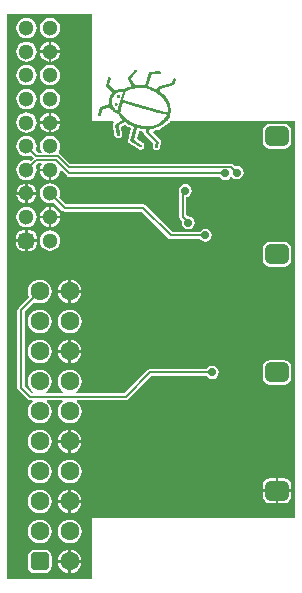
<source format=gbl>
G04*
G04 #@! TF.GenerationSoftware,Altium Limited,Altium Designer,23.3.1 (30)*
G04*
G04 Layer_Physical_Order=2*
G04 Layer_Color=16711680*
%FSLAX44Y44*%
%MOMM*%
G71*
G04*
G04 #@! TF.SameCoordinates,93B2F360-A854-404C-8A8F-734AF7A26EB0*
G04*
G04*
G04 #@! TF.FilePolarity,Positive*
G04*
G01*
G75*
%ADD10C,0.2000*%
%ADD13C,0.1500*%
G04:AMPARAMS|DCode=33|XSize=1.7mm|YSize=2mm|CornerRadius=0.425mm|HoleSize=0mm|Usage=FLASHONLY|Rotation=90.000|XOffset=0mm|YOffset=0mm|HoleType=Round|Shape=RoundedRectangle|*
%AMROUNDEDRECTD33*
21,1,1.7000,1.1500,0,0,90.0*
21,1,0.8500,2.0000,0,0,90.0*
1,1,0.8500,0.5750,0.4250*
1,1,0.8500,0.5750,-0.4250*
1,1,0.8500,-0.5750,-0.4250*
1,1,0.8500,-0.5750,0.4250*
%
%ADD33ROUNDEDRECTD33*%
%ADD34C,1.3000*%
G04:AMPARAMS|DCode=35|XSize=1.3mm|YSize=1.3mm|CornerRadius=0.325mm|HoleSize=0mm|Usage=FLASHONLY|Rotation=90.000|XOffset=0mm|YOffset=0mm|HoleType=Round|Shape=RoundedRectangle|*
%AMROUNDEDRECTD35*
21,1,1.3000,0.6500,0,0,90.0*
21,1,0.6500,1.3000,0,0,90.0*
1,1,0.6500,0.3250,0.3250*
1,1,0.6500,0.3250,-0.3250*
1,1,0.6500,-0.3250,-0.3250*
1,1,0.6500,-0.3250,0.3250*
%
%ADD35ROUNDEDRECTD35*%
%ADD36C,1.6000*%
G04:AMPARAMS|DCode=37|XSize=1.6mm|YSize=1.6mm|CornerRadius=0.4mm|HoleSize=0mm|Usage=FLASHONLY|Rotation=90.000|XOffset=0mm|YOffset=0mm|HoleType=Round|Shape=RoundedRectangle|*
%AMROUNDEDRECTD37*
21,1,1.6000,0.8000,0,0,90.0*
21,1,0.8000,1.6000,0,0,90.0*
1,1,0.8000,0.4000,0.4000*
1,1,0.8000,0.4000,-0.4000*
1,1,0.8000,-0.4000,-0.4000*
1,1,0.8000,-0.4000,0.4000*
%
%ADD37ROUNDEDRECTD37*%
%ADD38C,0.7000*%
G36*
X130699Y576086D02*
X131033Y575762D01*
X131201Y575319D01*
X131149Y574786D01*
X130818Y574197D01*
X126470Y568261D01*
X129520Y563153D01*
X129975Y563200D01*
X130484Y563238D01*
X131031Y563267D01*
X131599Y563290D01*
X132171Y563308D01*
X132731Y563323D01*
X133263Y563335D01*
X133749Y563346D01*
X134329Y563357D01*
X134904Y563359D01*
X135474Y563347D01*
X136043Y563317D01*
X136613Y563266D01*
X137187Y563188D01*
X137768Y563081D01*
X138359Y562938D01*
X141613Y574699D01*
X150956Y574848D01*
X151371Y574774D01*
X151669Y574549D01*
X151846Y574222D01*
X151898Y573844D01*
X151823Y573463D01*
X151617Y573129D01*
X151278Y572891D01*
X150802Y572800D01*
X143720Y572775D01*
X140973Y562523D01*
X141851Y562255D01*
X142800Y561913D01*
X143789Y561517D01*
X144789Y561089D01*
X145770Y560648D01*
X146701Y560216D01*
X147552Y559813D01*
X148294Y559460D01*
X148881Y561860D01*
X150133Y562258D01*
X151588Y562698D01*
X153184Y563165D01*
X154858Y563644D01*
X156549Y564122D01*
X158193Y564583D01*
X159729Y565014D01*
X161093Y565400D01*
X161911Y568358D01*
X162125Y568759D01*
X162463Y568990D01*
X162874Y569073D01*
X163307Y569027D01*
X163710Y568873D01*
X164031Y568631D01*
X164219Y568320D01*
X164221Y567963D01*
X162913Y563250D01*
X151225Y560065D01*
X150767Y558054D01*
X151784Y557268D01*
X152805Y556424D01*
X153816Y555514D01*
X154801Y554532D01*
X155744Y553471D01*
X156631Y552326D01*
X157446Y551088D01*
X158175Y549753D01*
X159004Y547435D01*
X159600Y545166D01*
X159932Y542949D01*
X159972Y540788D01*
X159689Y538687D01*
X159054Y536650D01*
X158037Y534680D01*
X157299Y533699D01*
X154403Y534475D01*
X156901Y537986D01*
X154768Y538615D01*
X155348Y540778D01*
X157549Y540188D01*
X157564Y541837D01*
X157506Y543304D01*
X157354Y544638D01*
X157091Y545888D01*
X156694Y547102D01*
X156146Y548328D01*
X155426Y549616D01*
X154515Y551014D01*
X152587Y553292D01*
X150179Y555327D01*
X147401Y557090D01*
X144364Y558551D01*
X141179Y559683D01*
X137955Y560457D01*
X134804Y560843D01*
X131837Y560813D01*
X130137Y560606D01*
X128590Y560331D01*
X127183Y560001D01*
X125902Y559627D01*
X124734Y559223D01*
X123668Y558801D01*
X122689Y558373D01*
X121784Y557953D01*
X119805Y550302D01*
X155332Y540782D01*
X154753Y538620D01*
X154179Y538789D01*
X149568Y540086D01*
X143730Y541699D01*
X137327Y543451D01*
X131018Y545164D01*
X125465Y546662D01*
X121330Y547767D01*
X119274Y548302D01*
X119075Y547564D01*
X118829Y546651D01*
X118554Y545619D01*
X118264Y544522D01*
X117977Y543414D01*
X117858Y542944D01*
X115658Y543533D01*
X119475Y557780D01*
X117796Y557724D01*
X116255Y557457D01*
X114860Y556975D01*
X113618Y556277D01*
X112538Y555361D01*
X111627Y554224D01*
X110893Y552865D01*
X110343Y551281D01*
X110111Y549852D01*
X110157Y548408D01*
X110462Y546991D01*
X111006Y545645D01*
X111770Y544412D01*
X112736Y543333D01*
X113885Y542453D01*
X115197Y541812D01*
X115654Y543518D01*
X117854Y542928D01*
X117708Y542349D01*
X117473Y541381D01*
X117289Y540566D01*
X121161Y535753D01*
X126141Y532117D01*
X131830Y529710D01*
X137827Y528586D01*
X143733Y528797D01*
X149147Y530399D01*
X153670Y533444D01*
X154393Y534461D01*
X157289Y533685D01*
X156610Y532783D01*
X154655Y530976D01*
X152603Y529525D01*
X150523Y528387D01*
X148482Y527522D01*
X146550Y526886D01*
X144794Y526440D01*
X143283Y526142D01*
X142084Y525950D01*
X141585Y523898D01*
X150073Y515252D01*
X148849Y510623D01*
X148680Y510328D01*
X148373Y510150D01*
X147984Y510086D01*
X147567Y510134D01*
X147178Y510290D01*
X146871Y510554D01*
X146702Y510923D01*
X146724Y511393D01*
X147529Y514463D01*
X138733Y523546D01*
X139277Y525957D01*
X138452Y526007D01*
X137575Y526095D01*
X136653Y526220D01*
X135691Y526379D01*
X134693Y526570D01*
X133666Y526792D01*
X132613Y527042D01*
X131540Y527319D01*
X128720Y516795D01*
X135080Y512868D01*
X135411Y512541D01*
X135565Y512124D01*
X135568Y511668D01*
X135445Y511229D01*
X135225Y510856D01*
X134931Y510603D01*
X134592Y510524D01*
X134233Y510669D01*
X125830Y515719D01*
X129000Y528000D01*
X128165Y528295D01*
X127183Y528726D01*
X126111Y529259D01*
X125004Y529863D01*
X123917Y530505D01*
X122907Y531152D01*
X122029Y531770D01*
X121338Y532329D01*
X116054Y529168D01*
X116845Y521710D01*
X116800Y521085D01*
X116553Y520631D01*
X116168Y520346D01*
X115705Y520231D01*
X115226Y520284D01*
X114792Y520504D01*
X114465Y520890D01*
X114306Y521442D01*
X113112Y529924D01*
X113890Y530470D01*
X114685Y531013D01*
X115486Y531549D01*
X116283Y532075D01*
X117067Y532588D01*
X117826Y533085D01*
X118552Y533563D01*
X119232Y534018D01*
X118569Y534662D01*
X117909Y535340D01*
X117588Y535696D01*
X117275Y536065D01*
X116975Y536447D01*
X116690Y536845D01*
X116320Y537434D01*
X116094Y537866D01*
X115951Y538183D01*
X115827Y538425D01*
X115659Y538631D01*
X115387Y538842D01*
X114945Y539097D01*
X114273Y539438D01*
X113315Y539965D01*
X112530Y540454D01*
X111872Y540935D01*
X111296Y541440D01*
X110756Y541998D01*
X110206Y542643D01*
X109602Y543403D01*
X108898Y544311D01*
X108308Y544175D01*
X107514Y543986D01*
X106578Y543759D01*
X105564Y543510D01*
X104534Y543253D01*
X103552Y543003D01*
X102682Y542776D01*
X101985Y542586D01*
X100767Y537538D01*
X100582Y537151D01*
X100289Y536913D01*
X99932Y536814D01*
X99558Y536840D01*
X99210Y536978D01*
X98936Y537216D01*
X98780Y537542D01*
X98787Y537942D01*
X100410Y544649D01*
X107962Y546996D01*
X107712Y548492D01*
X107618Y549865D01*
X107685Y551140D01*
X107919Y552344D01*
X108329Y553501D01*
X108918Y554639D01*
X109696Y555781D01*
X110667Y556955D01*
X105369Y562827D01*
X107043Y569489D01*
X107232Y569838D01*
X107555Y570059D01*
X107953Y570150D01*
X108373Y570111D01*
X108757Y569939D01*
X109049Y569634D01*
X109193Y569195D01*
X109132Y568621D01*
X107935Y563696D01*
X112771Y558766D01*
X113675Y559146D01*
X114487Y559484D01*
X114896Y559640D01*
X115328Y559787D01*
X115797Y559927D01*
X116319Y560060D01*
X117018Y560203D01*
X117572Y560274D01*
X118023Y560292D01*
X118412Y560275D01*
X118783Y560242D01*
X119178Y560211D01*
X119638Y560202D01*
X120207Y560233D01*
X120750Y560345D01*
X121490Y560581D01*
X122371Y560907D01*
X123338Y561289D01*
X124332Y561693D01*
X125297Y562084D01*
X126177Y562427D01*
X126914Y562689D01*
X126468Y563476D01*
X126029Y564252D01*
X125597Y565024D01*
X125172Y565795D01*
X124752Y566571D01*
X124337Y567357D01*
X123926Y568159D01*
X123518Y568981D01*
X128844Y575552D01*
X129273Y576022D01*
X129762Y576247D01*
X130257Y576258D01*
X130699Y576086D01*
D02*
G37*
G36*
X116077Y555326D02*
X116496Y555014D01*
X116782Y554572D01*
X116911Y554064D01*
X116928Y553853D01*
X116591Y553109D01*
X116091Y552791D01*
X115492Y552689D01*
X114969Y552811D01*
X114549Y553104D01*
X114259Y553517D01*
X114127Y553995D01*
X114180Y554486D01*
X114375Y554818D01*
X115098Y555333D01*
X115554Y555442D01*
X116077Y555326D01*
D02*
G37*
G36*
X114158Y548410D02*
X114602Y548128D01*
X114928Y547712D01*
X115105Y547225D01*
X115029Y546749D01*
X114881Y546281D01*
X114416Y545948D01*
X113834Y545819D01*
X113303Y545912D01*
X112858Y546176D01*
X112530Y546563D01*
X112352Y547021D01*
X112424Y547481D01*
X112575Y547953D01*
X113042Y548327D01*
X113627Y548497D01*
X114158Y548410D01*
D02*
G37*
G36*
X93000Y532750D02*
X111378D01*
X111768Y531946D01*
X111833Y531480D01*
X111720Y531362D01*
X111483Y531150D01*
X111447Y531076D01*
X111390Y531017D01*
X111275Y530720D01*
X111137Y530434D01*
X111133Y530351D01*
X111103Y530275D01*
X111110Y529957D01*
X111092Y529639D01*
X112287Y521158D01*
X112334Y521022D01*
X112346Y520880D01*
X112505Y520327D01*
X112519Y520300D01*
X112522Y520269D01*
X112701Y519947D01*
X112869Y519620D01*
X112893Y519600D01*
X112908Y519573D01*
X113235Y519187D01*
X113240Y519182D01*
X113244Y519176D01*
X113553Y518933D01*
X113857Y518691D01*
X113864Y518689D01*
X113869Y518685D01*
X114303Y518465D01*
X114655Y518367D01*
X115003Y518256D01*
X115483Y518204D01*
X115840Y518235D01*
X116198Y518252D01*
X116658Y518367D01*
X116658D01*
X116658Y518367D01*
X116661Y518368D01*
X117016Y518535D01*
X117379Y518705D01*
X117764Y518990D01*
X117796Y519025D01*
X117838Y519047D01*
X118062Y519317D01*
X118300Y519578D01*
X118316Y519622D01*
X118346Y519659D01*
X118592Y520113D01*
X118602Y520144D01*
X118622Y520170D01*
X118719Y520523D01*
X118828Y520873D01*
X118825Y520905D01*
X118834Y520937D01*
X118879Y521562D01*
X118856Y521743D01*
X118873Y521925D01*
X118220Y528087D01*
X121192Y529866D01*
X121732Y529485D01*
X121775Y529466D01*
X121808Y529434D01*
X122818Y528787D01*
X122853Y528774D01*
X122880Y528749D01*
X123967Y528107D01*
X124000Y528096D01*
X124027Y528073D01*
X125134Y527469D01*
X125171Y527457D01*
X125203Y527433D01*
X126274Y526900D01*
X126323Y526887D01*
X126363Y526858D01*
X126575Y526765D01*
X123856Y516229D01*
X123850Y516121D01*
X123813Y516021D01*
X123827Y515727D01*
X123811Y515434D01*
X123846Y515333D01*
X123851Y515226D01*
X123977Y514960D01*
X124074Y514683D01*
X124145Y514603D01*
X124191Y514506D01*
X124408Y514309D01*
X124604Y514090D01*
X124700Y514043D01*
X124780Y513971D01*
X133182Y508921D01*
X133334Y508866D01*
X133469Y508778D01*
X133828Y508633D01*
X134052Y508591D01*
X134265Y508511D01*
X134439Y508517D01*
X134610Y508484D01*
X134832Y508531D01*
X135060Y508539D01*
X135399Y508619D01*
X135480Y508656D01*
X135569Y508667D01*
X135840Y508820D01*
X136123Y508949D01*
X136184Y509014D01*
X136262Y509058D01*
X136555Y509311D01*
X136759Y509571D01*
X136979Y509817D01*
X137200Y510189D01*
X137289Y510443D01*
X137410Y510683D01*
X137532Y511123D01*
X137553Y511404D01*
X137607Y511680D01*
X137604Y512135D01*
X137533Y512481D01*
X137478Y512829D01*
X137325Y513246D01*
X137300Y513286D01*
X137291Y513332D01*
X137093Y513624D01*
X136909Y513925D01*
X136871Y513952D01*
X136845Y513991D01*
X136514Y514318D01*
X136321Y514446D01*
X136152Y514603D01*
X131083Y517733D01*
X132676Y523678D01*
X133235Y524799D01*
X134263Y524577D01*
X134287Y524576D01*
X134309Y524567D01*
X135307Y524376D01*
X135333Y524376D01*
X135358Y524367D01*
X135520Y524340D01*
X135720Y524284D01*
X136522Y523703D01*
X136723Y523200D01*
X136799Y523003D01*
X136836Y522796D01*
X136940Y522635D01*
X137008Y522457D01*
X137154Y522304D01*
X137268Y522127D01*
X145265Y513869D01*
X144752Y511910D01*
X144739Y511697D01*
X144687Y511489D01*
X144665Y511019D01*
X144678Y510931D01*
X144664Y510843D01*
X144737Y510540D01*
X144783Y510232D01*
X144829Y510156D01*
X144850Y510070D01*
X145019Y509701D01*
X145041Y509671D01*
X145051Y509635D01*
X145274Y509350D01*
X145486Y509057D01*
X145518Y509038D01*
X145541Y509008D01*
X145848Y508745D01*
X146137Y508581D01*
X146415Y508399D01*
X146804Y508242D01*
X147074Y508191D01*
X147335Y508108D01*
X147751Y508060D01*
X148033Y508083D01*
X148315Y508074D01*
X148704Y508138D01*
X149049Y508268D01*
X149397Y508387D01*
X149704Y508565D01*
X149803Y508653D01*
X149922Y508711D01*
X150099Y508913D01*
X150301Y509091D01*
X150359Y509210D01*
X150446Y509310D01*
X150616Y509605D01*
X150703Y509860D01*
X150821Y510102D01*
X152044Y514731D01*
X152060Y514985D01*
X152112Y515233D01*
X152085Y515378D01*
X152094Y515525D01*
X152011Y515766D01*
X151964Y516015D01*
X151883Y516138D01*
X151835Y516278D01*
X151667Y516468D01*
X151528Y516681D01*
X145063Y523266D01*
X145098Y523502D01*
X145593Y524539D01*
X147052Y524910D01*
X147116Y524941D01*
X147187Y524949D01*
X149119Y525584D01*
X149194Y525627D01*
X149279Y525644D01*
X151319Y526510D01*
X151404Y526568D01*
X151501Y526598D01*
X153581Y527736D01*
X153672Y527812D01*
X153780Y527860D01*
X155832Y529312D01*
X155924Y529409D01*
X156038Y529479D01*
X157993Y531285D01*
X158102Y531434D01*
X158239Y531557D01*
X158918Y532459D01*
X158922Y532467D01*
X158929Y532473D01*
X159137Y532750D01*
X265000D01*
Y197000D01*
X93000Y197000D01*
Y145250D01*
X21500D01*
Y623250D01*
X93000D01*
Y532750D01*
D02*
G37*
%LPC*%
G36*
X57800Y620223D02*
X55581Y619931D01*
X53513Y619075D01*
X51738Y617712D01*
X50375Y615937D01*
X49519Y613869D01*
X49227Y611650D01*
X49519Y609431D01*
X50375Y607363D01*
X51738Y605588D01*
X53513Y604225D01*
X55581Y603369D01*
X57800Y603077D01*
X60019Y603369D01*
X62087Y604225D01*
X63862Y605588D01*
X65225Y607363D01*
X66081Y609431D01*
X66373Y611650D01*
X66081Y613869D01*
X65225Y615937D01*
X63862Y617712D01*
X62087Y619075D01*
X60019Y619931D01*
X57800Y620223D01*
D02*
G37*
G36*
X37800D02*
X35581Y619931D01*
X33513Y619075D01*
X31738Y617712D01*
X30375Y615937D01*
X29519Y613869D01*
X29227Y611650D01*
X29519Y609431D01*
X30375Y607363D01*
X31738Y605588D01*
X33513Y604225D01*
X35581Y603369D01*
X37800Y603077D01*
X40019Y603369D01*
X42087Y604225D01*
X43862Y605588D01*
X45225Y607363D01*
X46081Y609431D01*
X46373Y611650D01*
X46081Y613869D01*
X45225Y615937D01*
X43862Y617712D01*
X42087Y619075D01*
X40019Y619931D01*
X37800Y620223D01*
D02*
G37*
G36*
X58800Y600092D02*
Y592650D01*
X66242D01*
X66081Y593869D01*
X65225Y595937D01*
X63862Y597712D01*
X62087Y599075D01*
X60019Y599931D01*
X58800Y600092D01*
D02*
G37*
G36*
X56800D02*
X55581Y599931D01*
X53513Y599075D01*
X51738Y597712D01*
X50375Y595937D01*
X49519Y593869D01*
X49358Y592650D01*
X56800D01*
Y600092D01*
D02*
G37*
G36*
X66242Y590650D02*
X58800D01*
Y583208D01*
X60019Y583369D01*
X62087Y584225D01*
X63862Y585588D01*
X65225Y587363D01*
X66081Y589431D01*
X66242Y590650D01*
D02*
G37*
G36*
X56800D02*
X49358D01*
X49519Y589431D01*
X50375Y587363D01*
X51738Y585588D01*
X53513Y584225D01*
X55581Y583369D01*
X56800Y583208D01*
Y590650D01*
D02*
G37*
G36*
X37800Y600223D02*
X35581Y599931D01*
X33513Y599075D01*
X31738Y597712D01*
X30375Y595937D01*
X29519Y593869D01*
X29227Y591650D01*
X29519Y589431D01*
X30375Y587363D01*
X31738Y585588D01*
X33513Y584225D01*
X35581Y583369D01*
X37800Y583077D01*
X40019Y583369D01*
X42087Y584225D01*
X43862Y585588D01*
X45225Y587363D01*
X46081Y589431D01*
X46373Y591650D01*
X46081Y593869D01*
X45225Y595937D01*
X43862Y597712D01*
X42087Y599075D01*
X40019Y599931D01*
X37800Y600223D01*
D02*
G37*
G36*
X57800Y580223D02*
X55581Y579931D01*
X53513Y579075D01*
X51738Y577712D01*
X50375Y575937D01*
X49519Y573869D01*
X49227Y571650D01*
X49519Y569431D01*
X50375Y567363D01*
X51738Y565588D01*
X53513Y564225D01*
X55581Y563369D01*
X57800Y563077D01*
X60019Y563369D01*
X62087Y564225D01*
X63862Y565588D01*
X65225Y567363D01*
X66081Y569431D01*
X66373Y571650D01*
X66081Y573869D01*
X65225Y575937D01*
X63862Y577712D01*
X62087Y579075D01*
X60019Y579931D01*
X57800Y580223D01*
D02*
G37*
G36*
X37800D02*
X35581Y579931D01*
X33513Y579075D01*
X31738Y577712D01*
X30375Y575937D01*
X29519Y573869D01*
X29227Y571650D01*
X29519Y569431D01*
X30375Y567363D01*
X31738Y565588D01*
X33513Y564225D01*
X35581Y563369D01*
X37800Y563077D01*
X40019Y563369D01*
X42087Y564225D01*
X43862Y565588D01*
X45225Y567363D01*
X46081Y569431D01*
X46373Y571650D01*
X46081Y573869D01*
X45225Y575937D01*
X43862Y577712D01*
X42087Y579075D01*
X40019Y579931D01*
X37800Y580223D01*
D02*
G37*
G36*
X57800Y560223D02*
X55581Y559931D01*
X53513Y559075D01*
X51738Y557712D01*
X50375Y555937D01*
X49519Y553869D01*
X49227Y551650D01*
X49519Y549431D01*
X50375Y547363D01*
X51738Y545588D01*
X53513Y544225D01*
X55581Y543369D01*
X57800Y543077D01*
X60019Y543369D01*
X62087Y544225D01*
X63862Y545588D01*
X65225Y547363D01*
X66081Y549431D01*
X66373Y551650D01*
X66081Y553869D01*
X65225Y555937D01*
X63862Y557712D01*
X62087Y559075D01*
X60019Y559931D01*
X57800Y560223D01*
D02*
G37*
G36*
X37800D02*
X35581Y559931D01*
X33513Y559075D01*
X31738Y557712D01*
X30375Y555937D01*
X29519Y553869D01*
X29227Y551650D01*
X29519Y549431D01*
X30375Y547363D01*
X31738Y545588D01*
X33513Y544225D01*
X35581Y543369D01*
X37800Y543077D01*
X40019Y543369D01*
X42087Y544225D01*
X43862Y545588D01*
X45225Y547363D01*
X46081Y549431D01*
X46373Y551650D01*
X46081Y553869D01*
X45225Y555937D01*
X43862Y557712D01*
X42087Y559075D01*
X40019Y559931D01*
X37800Y560223D01*
D02*
G37*
G36*
X58800Y540092D02*
Y532650D01*
X66242D01*
X66081Y533869D01*
X65225Y535937D01*
X63862Y537712D01*
X62087Y539075D01*
X60019Y539931D01*
X58800Y540092D01*
D02*
G37*
G36*
X56800D02*
X55581Y539931D01*
X53513Y539075D01*
X51738Y537712D01*
X50375Y535937D01*
X49519Y533869D01*
X49358Y532650D01*
X56800D01*
Y540092D01*
D02*
G37*
G36*
X66242Y530650D02*
X58800D01*
Y523208D01*
X60019Y523369D01*
X62087Y524225D01*
X63862Y525588D01*
X65225Y527363D01*
X66081Y529431D01*
X66242Y530650D01*
D02*
G37*
G36*
X56800D02*
X49358D01*
X49519Y529431D01*
X50375Y527363D01*
X51738Y525588D01*
X53513Y524225D01*
X55581Y523369D01*
X56800Y523208D01*
Y530650D01*
D02*
G37*
G36*
X37800Y540223D02*
X35581Y539931D01*
X33513Y539075D01*
X31738Y537712D01*
X30375Y535937D01*
X29519Y533869D01*
X29227Y531650D01*
X29519Y529431D01*
X30375Y527363D01*
X31738Y525588D01*
X33513Y524225D01*
X35581Y523369D01*
X37800Y523077D01*
X40019Y523369D01*
X42087Y524225D01*
X43862Y525588D01*
X45225Y527363D01*
X46081Y529431D01*
X46373Y531650D01*
X46081Y533869D01*
X45225Y535937D01*
X43862Y537712D01*
X42087Y539075D01*
X40019Y539931D01*
X37800Y540223D01*
D02*
G37*
G36*
X255750Y530622D02*
X244250D01*
X241811Y530137D01*
X239744Y528756D01*
X238363Y526689D01*
X237878Y524250D01*
Y515750D01*
X238363Y513311D01*
X239744Y511244D01*
X241811Y509863D01*
X244250Y509378D01*
X255750D01*
X258189Y509863D01*
X260256Y511244D01*
X261637Y513311D01*
X262122Y515750D01*
Y524250D01*
X261637Y526689D01*
X260256Y528756D01*
X258189Y530137D01*
X255750Y530622D01*
D02*
G37*
G36*
X57800Y520223D02*
X55581Y519931D01*
X53513Y519075D01*
X51738Y517712D01*
X50375Y515937D01*
X49519Y513869D01*
X49227Y511650D01*
X49519Y509431D01*
X50375Y507363D01*
X50583Y507093D01*
X50021Y505954D01*
X47461D01*
X45467Y507948D01*
X46081Y509431D01*
X46373Y511650D01*
X46081Y513869D01*
X45225Y515937D01*
X43862Y517712D01*
X42087Y519075D01*
X40019Y519931D01*
X37800Y520223D01*
X35581Y519931D01*
X33513Y519075D01*
X31738Y517712D01*
X30375Y515937D01*
X29519Y513869D01*
X29227Y511650D01*
X29519Y509431D01*
X30375Y507363D01*
X31738Y505588D01*
X33513Y504225D01*
X35581Y503369D01*
X37800Y503077D01*
X40019Y503369D01*
X41502Y503983D01*
X43835Y501650D01*
X41502Y499317D01*
X40019Y499931D01*
X37800Y500223D01*
X35581Y499931D01*
X33513Y499075D01*
X31738Y497712D01*
X30375Y495937D01*
X29519Y493869D01*
X29227Y491650D01*
X29519Y489431D01*
X30375Y487363D01*
X31738Y485588D01*
X33513Y484225D01*
X35581Y483369D01*
X37800Y483077D01*
X40019Y483369D01*
X42087Y484225D01*
X43862Y485588D01*
X45225Y487363D01*
X46081Y489431D01*
X46373Y491650D01*
X46081Y493869D01*
X45467Y495352D01*
X47461Y497346D01*
X50021D01*
X50583Y496207D01*
X50375Y495937D01*
X49519Y493869D01*
X49358Y492650D01*
X57800D01*
Y491650D01*
X58800D01*
Y483208D01*
X60019Y483369D01*
X62087Y484225D01*
X63862Y485588D01*
X65225Y487363D01*
X66081Y489431D01*
X66241Y490647D01*
X67582Y491102D01*
X72167Y486517D01*
X73077Y485910D01*
X74150Y485696D01*
X201259D01*
X202035Y484535D01*
X203854Y483319D01*
X206000Y482892D01*
X208146Y483319D01*
X209965Y484535D01*
X210487Y485315D01*
X212014D01*
X212035Y485285D01*
X213854Y484069D01*
X216000Y483642D01*
X218146Y484069D01*
X219965Y485285D01*
X221181Y487104D01*
X221608Y489250D01*
X221181Y491396D01*
X219965Y493215D01*
X218146Y494431D01*
X216000Y494858D01*
X214630Y494585D01*
X213233Y495983D01*
X212323Y496590D01*
X211250Y496804D01*
X74911D01*
X66583Y505133D01*
X65673Y505740D01*
X65592Y505756D01*
X65066Y507156D01*
X65225Y507363D01*
X66081Y509431D01*
X66373Y511650D01*
X66081Y513869D01*
X65225Y515937D01*
X63862Y517712D01*
X62087Y519075D01*
X60019Y519931D01*
X57800Y520223D01*
D02*
G37*
G36*
X56800Y490650D02*
X49358D01*
X49519Y489431D01*
X50375Y487363D01*
X51738Y485588D01*
X53513Y484225D01*
X55581Y483369D01*
X56800Y483208D01*
Y490650D01*
D02*
G37*
G36*
X38800Y480092D02*
Y472650D01*
X46242D01*
X46081Y473869D01*
X45225Y475937D01*
X43862Y477712D01*
X42087Y479075D01*
X40019Y479931D01*
X38800Y480092D01*
D02*
G37*
G36*
X36800D02*
X35581Y479931D01*
X33513Y479075D01*
X31738Y477712D01*
X30375Y475937D01*
X29519Y473869D01*
X29358Y472650D01*
X36800D01*
Y480092D01*
D02*
G37*
G36*
Y470650D02*
X29358D01*
X29519Y469431D01*
X30375Y467363D01*
X31738Y465588D01*
X33513Y464225D01*
X35581Y463369D01*
X36800Y463208D01*
Y470650D01*
D02*
G37*
G36*
X46242D02*
X38800D01*
Y463208D01*
X40019Y463369D01*
X42087Y464225D01*
X43862Y465588D01*
X45225Y467363D01*
X46081Y469431D01*
X46242Y470650D01*
D02*
G37*
G36*
X58800Y460092D02*
Y452650D01*
X66242D01*
X66081Y453869D01*
X65225Y455937D01*
X63862Y457712D01*
X62087Y459075D01*
X60019Y459931D01*
X58800Y460092D01*
D02*
G37*
G36*
X56800D02*
X55581Y459931D01*
X53513Y459075D01*
X51738Y457712D01*
X50375Y455937D01*
X49519Y453869D01*
X49358Y452650D01*
X56800D01*
Y460092D01*
D02*
G37*
G36*
X66242Y450650D02*
X58800D01*
Y443208D01*
X60019Y443369D01*
X62087Y444225D01*
X63862Y445588D01*
X65225Y447363D01*
X66081Y449431D01*
X66242Y450650D01*
D02*
G37*
G36*
X56800D02*
X49358D01*
X49519Y449431D01*
X50375Y447363D01*
X51738Y445588D01*
X53513Y444225D01*
X55581Y443369D01*
X56800Y443208D01*
Y450650D01*
D02*
G37*
G36*
X37800Y460223D02*
X35581Y459931D01*
X33513Y459075D01*
X31738Y457712D01*
X30375Y455937D01*
X29519Y453869D01*
X29227Y451650D01*
X29519Y449431D01*
X30375Y447363D01*
X31738Y445588D01*
X33513Y444225D01*
X35581Y443369D01*
X37800Y443077D01*
X40019Y443369D01*
X42087Y444225D01*
X43862Y445588D01*
X45225Y447363D01*
X46081Y449431D01*
X46373Y451650D01*
X46081Y453869D01*
X45225Y455937D01*
X43862Y457712D01*
X42087Y459075D01*
X40019Y459931D01*
X37800Y460223D01*
D02*
G37*
G36*
X172250Y479608D02*
X170104Y479181D01*
X168285Y477965D01*
X167069Y476146D01*
X166642Y474000D01*
X167069Y471854D01*
X167348Y471436D01*
X167191Y470647D01*
X167191Y470647D01*
Y451442D01*
X167191Y451442D01*
X167424Y450272D01*
X168087Y449280D01*
X169387Y447980D01*
X169142Y446750D01*
X169569Y444604D01*
X170785Y442785D01*
X172604Y441569D01*
X174750Y441142D01*
X176896Y441569D01*
X178715Y442785D01*
X179931Y444604D01*
X180358Y446750D01*
X179931Y448896D01*
X178715Y450715D01*
X176896Y451931D01*
X174750Y452358D01*
X174405Y452289D01*
X173309Y453232D01*
Y468603D01*
X174396Y468819D01*
X176215Y470035D01*
X177431Y471854D01*
X177858Y474000D01*
X177431Y476146D01*
X176215Y477965D01*
X174396Y479181D01*
X172250Y479608D01*
D02*
G37*
G36*
X41050Y440253D02*
X38800D01*
Y432650D01*
X46403D01*
Y434900D01*
X45995Y436948D01*
X44835Y438685D01*
X43098Y439845D01*
X41050Y440253D01*
D02*
G37*
G36*
X36800D02*
X34550D01*
X32502Y439845D01*
X30765Y438685D01*
X29605Y436948D01*
X29197Y434900D01*
Y432650D01*
X36800D01*
Y440253D01*
D02*
G37*
G36*
X57800Y480223D02*
X55581Y479931D01*
X53513Y479075D01*
X51738Y477712D01*
X50375Y475937D01*
X49519Y473869D01*
X49227Y471650D01*
X49519Y469431D01*
X50375Y467363D01*
X51738Y465588D01*
X53513Y464225D01*
X55581Y463369D01*
X57800Y463077D01*
X60019Y463369D01*
X61247Y463877D01*
X68037Y457087D01*
X69029Y456424D01*
X70200Y456191D01*
X135483D01*
X157692Y433982D01*
X158685Y433319D01*
X159855Y433086D01*
X159855Y433086D01*
X184652D01*
X185258Y432180D01*
X187077Y430964D01*
X189223Y430537D01*
X191369Y430964D01*
X193189Y432180D01*
X194404Y433999D01*
X194831Y436145D01*
X194404Y438291D01*
X193189Y440110D01*
X191369Y441326D01*
X189223Y441753D01*
X187077Y441326D01*
X185258Y440110D01*
X184652Y439204D01*
X161122D01*
X138913Y461413D01*
X137921Y462076D01*
X136750Y462309D01*
X136750Y462309D01*
X71467D01*
X65573Y468203D01*
X66081Y469431D01*
X66373Y471650D01*
X66081Y473869D01*
X65225Y475937D01*
X63862Y477712D01*
X62087Y479075D01*
X60019Y479931D01*
X57800Y480223D01*
D02*
G37*
G36*
Y440223D02*
X55581Y439931D01*
X53513Y439075D01*
X51738Y437712D01*
X50375Y435937D01*
X49519Y433869D01*
X49227Y431650D01*
X49519Y429431D01*
X50375Y427363D01*
X51738Y425588D01*
X53513Y424225D01*
X55581Y423369D01*
X57800Y423077D01*
X60019Y423369D01*
X62087Y424225D01*
X63862Y425588D01*
X65225Y427363D01*
X66081Y429431D01*
X66373Y431650D01*
X66081Y433869D01*
X65225Y435937D01*
X63862Y437712D01*
X62087Y439075D01*
X60019Y439931D01*
X57800Y440223D01*
D02*
G37*
G36*
X46403Y430650D02*
X38800D01*
Y423047D01*
X41050D01*
X43098Y423455D01*
X44835Y424615D01*
X45995Y426352D01*
X46403Y428400D01*
Y430650D01*
D02*
G37*
G36*
X36800D02*
X29197D01*
Y428400D01*
X29605Y426352D01*
X30765Y424615D01*
X32502Y423455D01*
X34550Y423047D01*
X36800D01*
Y430650D01*
D02*
G37*
G36*
X255750Y430622D02*
X244250D01*
X241811Y430137D01*
X239744Y428756D01*
X238363Y426689D01*
X237878Y424250D01*
Y415750D01*
X238363Y413311D01*
X239744Y411244D01*
X241811Y409863D01*
X244250Y409378D01*
X255750D01*
X258189Y409863D01*
X260256Y411244D01*
X261637Y413311D01*
X262122Y415750D01*
Y424250D01*
X261637Y426689D01*
X260256Y428756D01*
X258189Y430137D01*
X255750Y430622D01*
D02*
G37*
G36*
X75400Y398555D02*
Y389600D01*
X84355D01*
X84143Y391211D01*
X83135Y393643D01*
X81532Y395732D01*
X79443Y397335D01*
X77010Y398343D01*
X75400Y398555D01*
D02*
G37*
G36*
X73400D02*
X71789Y398343D01*
X69357Y397335D01*
X67268Y395732D01*
X65665Y393643D01*
X64657Y391211D01*
X64445Y389600D01*
X73400D01*
Y398555D01*
D02*
G37*
G36*
X84355Y387600D02*
X75400D01*
Y378645D01*
X77010Y378857D01*
X79443Y379865D01*
X81532Y381468D01*
X83135Y383557D01*
X84143Y385989D01*
X84355Y387600D01*
D02*
G37*
G36*
X73400D02*
X64445D01*
X64657Y385989D01*
X65665Y383557D01*
X67268Y381468D01*
X69357Y379865D01*
X71789Y378857D01*
X73400Y378645D01*
Y387600D01*
D02*
G37*
G36*
X49000Y398686D02*
X46389Y398343D01*
X43957Y397335D01*
X41868Y395732D01*
X40265Y393643D01*
X39257Y391211D01*
X38914Y388600D01*
X39257Y385989D01*
X40079Y384005D01*
X31087Y375013D01*
X30424Y374021D01*
X30191Y372850D01*
X30191Y372850D01*
Y307250D01*
X30191Y307250D01*
X30424Y306080D01*
X31087Y305087D01*
X38837Y297337D01*
X39829Y296674D01*
X41000Y296441D01*
X41000Y296441D01*
X42791D01*
X43222Y295171D01*
X41868Y294132D01*
X40265Y292043D01*
X39257Y289611D01*
X38914Y287000D01*
X39257Y284389D01*
X40265Y281957D01*
X41868Y279868D01*
X43957Y278265D01*
X46389Y277257D01*
X49000Y276914D01*
X51610Y277257D01*
X54043Y278265D01*
X56132Y279868D01*
X57735Y281957D01*
X58743Y284389D01*
X59086Y287000D01*
X58743Y289611D01*
X57735Y292043D01*
X56132Y294132D01*
X54778Y295171D01*
X55209Y296441D01*
X68191D01*
X68622Y295171D01*
X67268Y294132D01*
X65665Y292043D01*
X64657Y289611D01*
X64314Y287000D01*
X64657Y284389D01*
X65665Y281957D01*
X67268Y279868D01*
X69357Y278265D01*
X71789Y277257D01*
X74400Y276914D01*
X77010Y277257D01*
X79443Y278265D01*
X81532Y279868D01*
X83135Y281957D01*
X84143Y284389D01*
X84486Y287000D01*
X84143Y289611D01*
X83135Y292043D01*
X81532Y294132D01*
X80178Y295171D01*
X80609Y296441D01*
X122000D01*
X122000Y296441D01*
X123170Y296674D01*
X124163Y297337D01*
X143767Y316941D01*
X190429D01*
X191035Y316035D01*
X192854Y314819D01*
X195000Y314392D01*
X197146Y314819D01*
X198965Y316035D01*
X200181Y317854D01*
X200608Y320000D01*
X200181Y322146D01*
X198965Y323965D01*
X197146Y325181D01*
X195000Y325608D01*
X192854Y325181D01*
X191035Y323965D01*
X190429Y323059D01*
X142500D01*
X142500Y323059D01*
X141329Y322826D01*
X140337Y322163D01*
X120733Y302559D01*
X79996D01*
X79784Y302983D01*
X79657Y303829D01*
X81532Y305268D01*
X83135Y307357D01*
X84143Y309790D01*
X84486Y312400D01*
X84143Y315011D01*
X83135Y317443D01*
X81532Y319532D01*
X79443Y321135D01*
X77010Y322143D01*
X74400Y322486D01*
X71789Y322143D01*
X69357Y321135D01*
X67268Y319532D01*
X65665Y317443D01*
X64657Y315011D01*
X64314Y312400D01*
X64657Y309790D01*
X65665Y307357D01*
X67268Y305268D01*
X69144Y303829D01*
X69016Y302983D01*
X68804Y302559D01*
X54596D01*
X54384Y302983D01*
X54257Y303829D01*
X56132Y305268D01*
X57735Y307357D01*
X58743Y309790D01*
X59086Y312400D01*
X58743Y315011D01*
X57735Y317443D01*
X56132Y319532D01*
X54043Y321135D01*
X51610Y322143D01*
X49000Y322486D01*
X46389Y322143D01*
X43957Y321135D01*
X41868Y319532D01*
X40265Y317443D01*
X39257Y315011D01*
X38914Y312400D01*
X39257Y309790D01*
X40265Y307357D01*
X41868Y305268D01*
X43695Y303866D01*
X43423Y302700D01*
X42230Y302596D01*
X36309Y308517D01*
Y371583D01*
X44405Y379679D01*
X46389Y378857D01*
X49000Y378514D01*
X51610Y378857D01*
X54043Y379865D01*
X56132Y381468D01*
X57735Y383557D01*
X58743Y385989D01*
X59086Y388600D01*
X58743Y391211D01*
X57735Y393643D01*
X56132Y395732D01*
X54043Y397335D01*
X51610Y398343D01*
X49000Y398686D01*
D02*
G37*
G36*
X74400Y373286D02*
X71789Y372943D01*
X69357Y371935D01*
X67268Y370332D01*
X65665Y368243D01*
X64657Y365811D01*
X64314Y363200D01*
X64657Y360589D01*
X65665Y358157D01*
X67268Y356068D01*
X69357Y354465D01*
X71789Y353457D01*
X74400Y353114D01*
X77010Y353457D01*
X79443Y354465D01*
X81532Y356068D01*
X83135Y358157D01*
X84143Y360589D01*
X84486Y363200D01*
X84143Y365811D01*
X83135Y368243D01*
X81532Y370332D01*
X79443Y371935D01*
X77010Y372943D01*
X74400Y373286D01*
D02*
G37*
G36*
X49000D02*
X46389Y372943D01*
X43957Y371935D01*
X41868Y370332D01*
X40265Y368243D01*
X39257Y365811D01*
X38914Y363200D01*
X39257Y360589D01*
X40265Y358157D01*
X41868Y356068D01*
X43957Y354465D01*
X46389Y353457D01*
X49000Y353114D01*
X51610Y353457D01*
X54043Y354465D01*
X56132Y356068D01*
X57735Y358157D01*
X58743Y360589D01*
X59086Y363200D01*
X58743Y365811D01*
X57735Y368243D01*
X56132Y370332D01*
X54043Y371935D01*
X51610Y372943D01*
X49000Y373286D01*
D02*
G37*
G36*
X75400Y347755D02*
Y338800D01*
X84355D01*
X84143Y340410D01*
X83135Y342843D01*
X81532Y344932D01*
X79443Y346535D01*
X77010Y347543D01*
X75400Y347755D01*
D02*
G37*
G36*
X73400D02*
X71789Y347543D01*
X69357Y346535D01*
X67268Y344932D01*
X65665Y342843D01*
X64657Y340410D01*
X64445Y338800D01*
X73400D01*
Y347755D01*
D02*
G37*
G36*
X84355Y336800D02*
X75400D01*
Y327845D01*
X77010Y328057D01*
X79443Y329065D01*
X81532Y330668D01*
X83135Y332757D01*
X84143Y335190D01*
X84355Y336800D01*
D02*
G37*
G36*
X73400D02*
X64445D01*
X64657Y335190D01*
X65665Y332757D01*
X67268Y330668D01*
X69357Y329065D01*
X71789Y328057D01*
X73400Y327845D01*
Y336800D01*
D02*
G37*
G36*
X49000Y347886D02*
X46389Y347543D01*
X43957Y346535D01*
X41868Y344932D01*
X40265Y342843D01*
X39257Y340410D01*
X38914Y337800D01*
X39257Y335190D01*
X40265Y332757D01*
X41868Y330668D01*
X43957Y329065D01*
X46389Y328057D01*
X49000Y327714D01*
X51610Y328057D01*
X54043Y329065D01*
X56132Y330668D01*
X57735Y332757D01*
X58743Y335190D01*
X59086Y337800D01*
X58743Y340410D01*
X57735Y342843D01*
X56132Y344932D01*
X54043Y346535D01*
X51610Y347543D01*
X49000Y347886D01*
D02*
G37*
G36*
X255750Y330622D02*
X244250D01*
X241811Y330137D01*
X239744Y328756D01*
X238363Y326689D01*
X237878Y324250D01*
Y315750D01*
X238363Y313311D01*
X239744Y311244D01*
X241811Y309863D01*
X244250Y309378D01*
X255750D01*
X258189Y309863D01*
X260256Y311244D01*
X261637Y313311D01*
X262122Y315750D01*
Y324250D01*
X261637Y326689D01*
X260256Y328756D01*
X258189Y330137D01*
X255750Y330622D01*
D02*
G37*
G36*
X75400Y271555D02*
Y262600D01*
X84355D01*
X84143Y264210D01*
X83135Y266643D01*
X81532Y268732D01*
X79443Y270335D01*
X77010Y271343D01*
X75400Y271555D01*
D02*
G37*
G36*
X73400D02*
X71789Y271343D01*
X69357Y270335D01*
X67268Y268732D01*
X65665Y266643D01*
X64657Y264210D01*
X64445Y262600D01*
X73400D01*
Y271555D01*
D02*
G37*
G36*
X84355Y260600D02*
X75400D01*
Y251645D01*
X77010Y251857D01*
X79443Y252865D01*
X81532Y254468D01*
X83135Y256557D01*
X84143Y258990D01*
X84355Y260600D01*
D02*
G37*
G36*
X73400D02*
X64445D01*
X64657Y258990D01*
X65665Y256557D01*
X67268Y254468D01*
X69357Y252865D01*
X71789Y251857D01*
X73400Y251645D01*
Y260600D01*
D02*
G37*
G36*
X49000Y271686D02*
X46389Y271343D01*
X43957Y270335D01*
X41868Y268732D01*
X40265Y266643D01*
X39257Y264210D01*
X38914Y261600D01*
X39257Y258990D01*
X40265Y256557D01*
X41868Y254468D01*
X43957Y252865D01*
X46389Y251857D01*
X49000Y251514D01*
X51610Y251857D01*
X54043Y252865D01*
X56132Y254468D01*
X57735Y256557D01*
X58743Y258990D01*
X59086Y261600D01*
X58743Y264210D01*
X57735Y266643D01*
X56132Y268732D01*
X54043Y270335D01*
X51610Y271343D01*
X49000Y271686D01*
D02*
G37*
G36*
X74400Y246286D02*
X71789Y245943D01*
X69357Y244935D01*
X67268Y243332D01*
X65665Y241243D01*
X64657Y238811D01*
X64314Y236200D01*
X64657Y233589D01*
X65665Y231157D01*
X67268Y229068D01*
X69357Y227465D01*
X71789Y226457D01*
X74400Y226114D01*
X77010Y226457D01*
X79443Y227465D01*
X81532Y229068D01*
X83135Y231157D01*
X84143Y233589D01*
X84486Y236200D01*
X84143Y238811D01*
X83135Y241243D01*
X81532Y243332D01*
X79443Y244935D01*
X77010Y245943D01*
X74400Y246286D01*
D02*
G37*
G36*
X49000D02*
X46389Y245943D01*
X43957Y244935D01*
X41868Y243332D01*
X40265Y241243D01*
X39257Y238811D01*
X38914Y236200D01*
X39257Y233589D01*
X40265Y231157D01*
X41868Y229068D01*
X43957Y227465D01*
X46389Y226457D01*
X49000Y226114D01*
X51610Y226457D01*
X54043Y227465D01*
X56132Y229068D01*
X57735Y231157D01*
X58743Y233589D01*
X59086Y236200D01*
X58743Y238811D01*
X57735Y241243D01*
X56132Y243332D01*
X54043Y244935D01*
X51610Y245943D01*
X49000Y246286D01*
D02*
G37*
G36*
X255750Y230622D02*
X251000D01*
Y221000D01*
X262122D01*
Y224250D01*
X261637Y226689D01*
X260256Y228756D01*
X258189Y230137D01*
X255750Y230622D01*
D02*
G37*
G36*
X249000D02*
X244250D01*
X241811Y230137D01*
X239744Y228756D01*
X238363Y226689D01*
X237878Y224250D01*
Y221000D01*
X249000D01*
Y230622D01*
D02*
G37*
G36*
X75400Y220755D02*
Y211800D01*
X84355D01*
X84143Y213410D01*
X83135Y215843D01*
X81532Y217932D01*
X79443Y219535D01*
X77010Y220543D01*
X75400Y220755D01*
D02*
G37*
G36*
X73400D02*
X71789Y220543D01*
X69357Y219535D01*
X67268Y217932D01*
X65665Y215843D01*
X64657Y213410D01*
X64445Y211800D01*
X73400D01*
Y220755D01*
D02*
G37*
G36*
X262122Y219000D02*
X251000D01*
Y209378D01*
X255750D01*
X258189Y209863D01*
X260256Y211244D01*
X261637Y213311D01*
X262122Y215750D01*
Y219000D01*
D02*
G37*
G36*
X249000D02*
X237878D01*
Y215750D01*
X238363Y213311D01*
X239744Y211244D01*
X241811Y209863D01*
X244250Y209378D01*
X249000D01*
Y219000D01*
D02*
G37*
G36*
X84355Y209800D02*
X75400D01*
Y200845D01*
X77010Y201057D01*
X79443Y202065D01*
X81532Y203668D01*
X83135Y205757D01*
X84143Y208190D01*
X84355Y209800D01*
D02*
G37*
G36*
X73400D02*
X64445D01*
X64657Y208190D01*
X65665Y205757D01*
X67268Y203668D01*
X69357Y202065D01*
X71789Y201057D01*
X73400Y200845D01*
Y209800D01*
D02*
G37*
G36*
X49000Y220886D02*
X46389Y220543D01*
X43957Y219535D01*
X41868Y217932D01*
X40265Y215843D01*
X39257Y213410D01*
X38914Y210800D01*
X39257Y208190D01*
X40265Y205757D01*
X41868Y203668D01*
X43957Y202065D01*
X46389Y201057D01*
X49000Y200714D01*
X51610Y201057D01*
X54043Y202065D01*
X56132Y203668D01*
X57735Y205757D01*
X58743Y208190D01*
X59086Y210800D01*
X58743Y213410D01*
X57735Y215843D01*
X56132Y217932D01*
X54043Y219535D01*
X51610Y220543D01*
X49000Y220886D01*
D02*
G37*
G36*
X74400Y195486D02*
X71789Y195143D01*
X69357Y194135D01*
X67268Y192532D01*
X65665Y190443D01*
X64657Y188011D01*
X64314Y185400D01*
X64657Y182789D01*
X65665Y180357D01*
X67268Y178268D01*
X69357Y176665D01*
X71789Y175657D01*
X74400Y175314D01*
X77010Y175657D01*
X79443Y176665D01*
X81532Y178268D01*
X83135Y180357D01*
X84143Y182789D01*
X84486Y185400D01*
X84143Y188011D01*
X83135Y190443D01*
X81532Y192532D01*
X79443Y194135D01*
X77010Y195143D01*
X74400Y195486D01*
D02*
G37*
G36*
X49000D02*
X46389Y195143D01*
X43957Y194135D01*
X41868Y192532D01*
X40265Y190443D01*
X39257Y188011D01*
X38914Y185400D01*
X39257Y182789D01*
X40265Y180357D01*
X41868Y178268D01*
X43957Y176665D01*
X46389Y175657D01*
X49000Y175314D01*
X51610Y175657D01*
X54043Y176665D01*
X56132Y178268D01*
X57735Y180357D01*
X58743Y182789D01*
X59086Y185400D01*
X58743Y188011D01*
X57735Y190443D01*
X56132Y192532D01*
X54043Y194135D01*
X51610Y195143D01*
X49000Y195486D01*
D02*
G37*
G36*
X75400Y169955D02*
Y161000D01*
X84355D01*
X84143Y162610D01*
X83135Y165043D01*
X81532Y167132D01*
X79443Y168735D01*
X77010Y169743D01*
X75400Y169955D01*
D02*
G37*
G36*
X73400D02*
X71789Y169743D01*
X69357Y168735D01*
X67268Y167132D01*
X65665Y165043D01*
X64657Y162610D01*
X64445Y161000D01*
X73400D01*
Y169955D01*
D02*
G37*
G36*
X84355Y159000D02*
X75400D01*
Y150045D01*
X77010Y150257D01*
X79443Y151265D01*
X81532Y152868D01*
X83135Y154957D01*
X84143Y157389D01*
X84355Y159000D01*
D02*
G37*
G36*
X73400D02*
X64445D01*
X64657Y157389D01*
X65665Y154957D01*
X67268Y152868D01*
X69357Y151265D01*
X71789Y150257D01*
X73400Y150045D01*
Y159000D01*
D02*
G37*
G36*
X53000Y170117D02*
X45000D01*
X42659Y169652D01*
X40674Y168326D01*
X39348Y166341D01*
X38883Y164000D01*
Y156000D01*
X39348Y153659D01*
X40674Y151674D01*
X42659Y150348D01*
X45000Y149882D01*
X53000D01*
X55341Y150348D01*
X57326Y151674D01*
X58652Y153659D01*
X59117Y156000D01*
Y164000D01*
X58652Y166341D01*
X57326Y168326D01*
X55341Y169652D01*
X53000Y170117D01*
D02*
G37*
%LPD*%
D10*
X170250Y451442D02*
Y470647D01*
X174750Y446750D02*
Y446942D01*
X170250Y451442D02*
X174750Y446942D01*
X159855Y436145D02*
X189157D01*
X170250Y470647D02*
X172250Y472647D01*
X33250Y372850D02*
X49000Y388600D01*
X33250Y307250D02*
Y372850D01*
Y307250D02*
X41000Y299500D01*
X122000D01*
X142500Y320000D02*
X195000D01*
X122000Y299500D02*
X142500Y320000D01*
X136750Y459250D02*
X159855Y436145D01*
X70200Y459250D02*
X136750D01*
X172250Y472647D02*
Y474000D01*
X57800Y471650D02*
X70200Y459250D01*
D13*
X64600Y503150D02*
X73750Y494000D01*
X211250D01*
X216000Y489250D01*
X74150Y488500D02*
X206000D01*
X62500Y500150D02*
X74150Y488500D01*
X37800Y491650D02*
X46300Y500150D01*
X62500D01*
X46300Y503150D02*
X64600D01*
X37800Y511650D02*
X46300Y503150D01*
D33*
X250000Y320000D02*
D03*
Y220000D02*
D03*
Y420000D02*
D03*
Y520000D02*
D03*
D34*
X37800Y471650D02*
D03*
X57800Y451650D02*
D03*
Y611650D02*
D03*
X37800D02*
D03*
X57800Y591650D02*
D03*
X37800D02*
D03*
X57800Y571650D02*
D03*
X37800D02*
D03*
X57800Y551650D02*
D03*
X37800D02*
D03*
X57800Y531650D02*
D03*
X37800D02*
D03*
X57800Y511650D02*
D03*
X37800D02*
D03*
X57800Y491650D02*
D03*
X37800D02*
D03*
X57800Y471650D02*
D03*
X37800Y451650D02*
D03*
X57800Y431650D02*
D03*
D35*
X37800D02*
D03*
D36*
X74400Y160000D02*
D03*
X49000Y185400D02*
D03*
X74400D02*
D03*
X49000Y210800D02*
D03*
X74400D02*
D03*
X49000Y236200D02*
D03*
X74400D02*
D03*
X49000Y261600D02*
D03*
X74400D02*
D03*
X49000Y287000D02*
D03*
X74400D02*
D03*
X49000Y312400D02*
D03*
X74400D02*
D03*
X49000Y337800D02*
D03*
X74400D02*
D03*
X49000Y363200D02*
D03*
X74400D02*
D03*
X49000Y388600D02*
D03*
X74400D02*
D03*
D37*
X49000Y160000D02*
D03*
D38*
X174750Y446750D02*
D03*
X163500Y428750D02*
D03*
X151240Y366760D02*
D03*
X176337Y460545D02*
D03*
X195000Y320000D02*
D03*
X162000Y525000D02*
D03*
X98000Y529000D02*
D03*
X229000D02*
D03*
X191000Y502000D02*
D03*
X98542Y501000D02*
D03*
X143042D02*
D03*
X206000Y488500D02*
D03*
X216000Y489250D02*
D03*
X228292Y369208D02*
D03*
X187292Y398708D02*
D03*
X238792Y445458D02*
D03*
X237542Y404208D02*
D03*
X97250Y342750D02*
D03*
X97292Y423208D02*
D03*
X99792Y393708D02*
D03*
X98542Y473208D02*
D03*
X225792Y490208D02*
D03*
X172250Y474000D02*
D03*
X196250Y442500D02*
D03*
X189223Y436145D02*
D03*
X192500Y464250D02*
D03*
M02*

</source>
